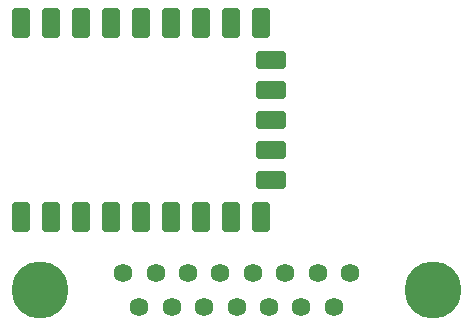
<source format=gbr>
%TF.GenerationSoftware,KiCad,Pcbnew,(6.0.7-1)-1*%
%TF.CreationDate,2023-02-22T21:50:02-08:00*%
%TF.ProjectId,NeoGeoDB15Wireless,4e656f47-656f-4444-9231-35576972656c,2*%
%TF.SameCoordinates,Original*%
%TF.FileFunction,Soldermask,Top*%
%TF.FilePolarity,Negative*%
%FSLAX46Y46*%
G04 Gerber Fmt 4.6, Leading zero omitted, Abs format (unit mm)*
G04 Created by KiCad (PCBNEW (6.0.7-1)-1) date 2023-02-22 21:50:02*
%MOMM*%
%LPD*%
G01*
G04 APERTURE LIST*
G04 Aperture macros list*
%AMRoundRect*
0 Rectangle with rounded corners*
0 $1 Rounding radius*
0 $2 $3 $4 $5 $6 $7 $8 $9 X,Y pos of 4 corners*
0 Add a 4 corners polygon primitive as box body*
4,1,4,$2,$3,$4,$5,$6,$7,$8,$9,$2,$3,0*
0 Add four circle primitives for the rounded corners*
1,1,$1+$1,$2,$3*
1,1,$1+$1,$4,$5*
1,1,$1+$1,$6,$7*
1,1,$1+$1,$8,$9*
0 Add four rect primitives between the rounded corners*
20,1,$1+$1,$2,$3,$4,$5,0*
20,1,$1+$1,$4,$5,$6,$7,0*
20,1,$1+$1,$6,$7,$8,$9,0*
20,1,$1+$1,$8,$9,$2,$3,0*%
G04 Aperture macros list end*
%ADD10RoundRect,0.400000X0.400000X-0.900000X0.400000X0.900000X-0.400000X0.900000X-0.400000X-0.900000X0*%
%ADD11RoundRect,0.400050X0.400050X-0.899950X0.400050X0.899950X-0.400050X0.899950X-0.400050X-0.899950X0*%
%ADD12RoundRect,0.400000X0.900000X-0.400000X0.900000X0.400000X-0.900000X0.400000X-0.900000X-0.400000X0*%
%ADD13RoundRect,0.393700X0.906300X-0.393700X0.906300X0.393700X-0.906300X0.393700X-0.906300X-0.393700X0*%
%ADD14C,4.825000*%
%ADD15C,1.591397*%
G04 APERTURE END LIST*
D10*
%TO.C,U1*%
X81765000Y-63835000D03*
X84305000Y-63835000D03*
X86845000Y-63835000D03*
X89385000Y-63835000D03*
X91925000Y-63835000D03*
D11*
X94465000Y-63835000D03*
X97005000Y-63835000D03*
X99545000Y-63835000D03*
X102085000Y-63835000D03*
D12*
X102895000Y-66975000D03*
D13*
X102895000Y-69515000D03*
X102895000Y-72055000D03*
X102895000Y-74595000D03*
X102895000Y-77135000D03*
D11*
X102085000Y-80275000D03*
X99545000Y-80275000D03*
X97005000Y-80275000D03*
X94465000Y-80275000D03*
X91925000Y-80275000D03*
X89385000Y-80275000D03*
X86845000Y-80275000D03*
X84305000Y-80275000D03*
X81765000Y-80275000D03*
%TD*%
D14*
%TO.C,J1*%
X116662400Y-86450800D03*
X83337600Y-86450800D03*
D15*
X109601192Y-85028400D03*
X106857993Y-85028400D03*
X104114794Y-85028400D03*
X101371595Y-85028400D03*
X98628396Y-85028400D03*
X95885197Y-85028400D03*
X93141998Y-85028400D03*
X90398799Y-85028400D03*
X108229600Y-87873200D03*
X105486401Y-87873200D03*
X102743202Y-87873200D03*
X100000003Y-87873200D03*
X97256804Y-87873200D03*
X94513605Y-87873200D03*
X91770406Y-87873200D03*
%TD*%
M02*

</source>
